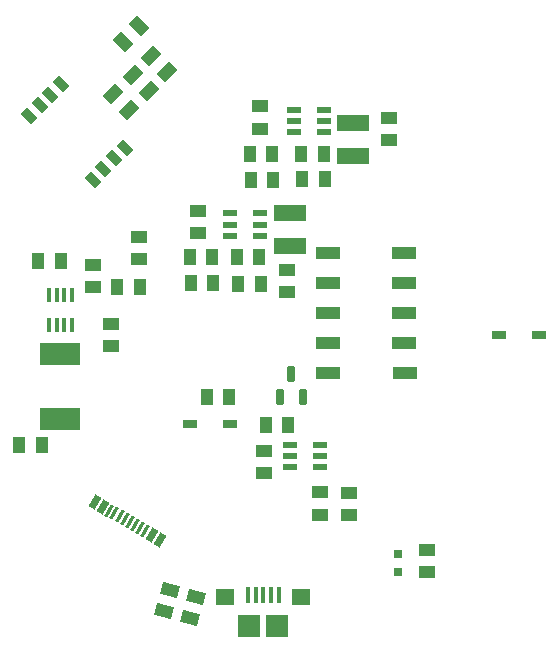
<source format=gtp>
G04*
G04 #@! TF.GenerationSoftware,Altium Limited,Altium Designer,25.1.2 (22)*
G04*
G04 Layer_Color=8421504*
%FSLAX44Y44*%
%MOMM*%
G71*
G04*
G04 #@! TF.SameCoordinates,4DC4BC11-A5A9-46D6-A818-46A4CD50810F*
G04*
G04*
G04 #@! TF.FilePolarity,Positive*
G04*
G01*
G75*
%ADD18R,1.4700X1.0400*%
%ADD19R,1.0400X1.4700*%
%ADD20R,2.8000X1.3500*%
%ADD21R,2.0000X1.0200*%
G04:AMPARAMS|DCode=22|XSize=1.27mm|YSize=0.76mm|CornerRadius=0mm|HoleSize=0mm|Usage=FLASHONLY|Rotation=315.000|XOffset=0mm|YOffset=0mm|HoleType=Round|Shape=Rectangle|*
%AMROTATEDRECTD22*
4,1,4,-0.7177,0.1803,-0.1803,0.7177,0.7177,-0.1803,0.1803,-0.7177,-0.7177,0.1803,0.0*
%
%ADD22ROTATEDRECTD22*%

G04:AMPARAMS|DCode=23|XSize=1.21mm|YSize=0.58mm|CornerRadius=0.0725mm|HoleSize=0mm|Usage=FLASHONLY|Rotation=180.000|XOffset=0mm|YOffset=0mm|HoleType=Round|Shape=RoundedRectangle|*
%AMROUNDEDRECTD23*
21,1,1.2100,0.4350,0,0,180.0*
21,1,1.0650,0.5800,0,0,180.0*
1,1,0.1450,-0.5325,0.2175*
1,1,0.1450,0.5325,0.2175*
1,1,0.1450,0.5325,-0.2175*
1,1,0.1450,-0.5325,-0.2175*
%
%ADD23ROUNDEDRECTD23*%
%ADD24R,1.9000X1.9000*%
%ADD25R,1.6000X1.4000*%
%ADD26R,0.4000X1.3500*%
G04:AMPARAMS|DCode=27|XSize=0.3mm|YSize=1.15mm|CornerRadius=0mm|HoleSize=0mm|Usage=FLASHONLY|Rotation=330.000|XOffset=0mm|YOffset=0mm|HoleType=Round|Shape=Rectangle|*
%AMROTATEDRECTD27*
4,1,4,-0.4174,-0.4230,0.1576,0.5730,0.4174,0.4230,-0.1576,-0.5730,-0.4174,-0.4230,0.0*
%
%ADD27ROTATEDRECTD27*%

G04:AMPARAMS|DCode=28|XSize=0.6mm|YSize=1.15mm|CornerRadius=0mm|HoleSize=0mm|Usage=FLASHONLY|Rotation=330.000|XOffset=0mm|YOffset=0mm|HoleType=Round|Shape=Rectangle|*
%AMROTATEDRECTD28*
4,1,4,-0.5473,-0.3480,0.0277,0.6480,0.5473,0.3480,-0.0277,-0.6480,-0.5473,-0.3480,0.0*
%
%ADD28ROTATEDRECTD28*%

%ADD29R,3.4000X1.8500*%
G04:AMPARAMS|DCode=30|XSize=1.21mm|YSize=0.59mm|CornerRadius=0.0738mm|HoleSize=0mm|Usage=FLASHONLY|Rotation=0.000|XOffset=0mm|YOffset=0mm|HoleType=Round|Shape=RoundedRectangle|*
%AMROUNDEDRECTD30*
21,1,1.2100,0.4425,0,0,0.0*
21,1,1.0625,0.5900,0,0,0.0*
1,1,0.1475,0.5313,-0.2213*
1,1,0.1475,-0.5313,-0.2213*
1,1,0.1475,-0.5313,0.2213*
1,1,0.1475,0.5313,0.2213*
%
%ADD30ROUNDEDRECTD30*%
G04:AMPARAMS|DCode=31|XSize=1.32mm|YSize=0.6mm|CornerRadius=0.075mm|HoleSize=0mm|Usage=FLASHONLY|Rotation=90.000|XOffset=0mm|YOffset=0mm|HoleType=Round|Shape=RoundedRectangle|*
%AMROUNDEDRECTD31*
21,1,1.3200,0.4500,0,0,90.0*
21,1,1.1700,0.6000,0,0,90.0*
1,1,0.1500,0.2250,0.5850*
1,1,0.1500,0.2250,-0.5850*
1,1,0.1500,-0.2250,-0.5850*
1,1,0.1500,-0.2250,0.5850*
%
%ADD31ROUNDEDRECTD31*%
G04:AMPARAMS|DCode=32|XSize=1.21mm|YSize=0.73mm|CornerRadius=0.1825mm|HoleSize=0mm|Usage=FLASHONLY|Rotation=0.000|XOffset=0mm|YOffset=0mm|HoleType=Round|Shape=RoundedRectangle|*
%AMROUNDEDRECTD32*
21,1,1.2100,0.3650,0,0,0.0*
21,1,0.8450,0.7300,0,0,0.0*
1,1,0.3650,0.4225,-0.1825*
1,1,0.3650,-0.4225,-0.1825*
1,1,0.3650,-0.4225,0.1825*
1,1,0.3650,0.4225,0.1825*
%
%ADD32ROUNDEDRECTD32*%
%ADD33R,0.8000X0.8000*%
G04:AMPARAMS|DCode=34|XSize=1.04mm|YSize=1.47mm|CornerRadius=0mm|HoleSize=0mm|Usage=FLASHONLY|Rotation=315.000|XOffset=0mm|YOffset=0mm|HoleType=Round|Shape=Rectangle|*
%AMROTATEDRECTD34*
4,1,4,-0.8874,-0.1520,0.1520,0.8874,0.8874,0.1520,-0.1520,-0.8874,-0.8874,-0.1520,0.0*
%
%ADD34ROTATEDRECTD34*%

G04:AMPARAMS|DCode=35|XSize=1.04mm|YSize=1.47mm|CornerRadius=0mm|HoleSize=0mm|Usage=FLASHONLY|Rotation=75.000|XOffset=0mm|YOffset=0mm|HoleType=Round|Shape=Rectangle|*
%AMROTATEDRECTD35*
4,1,4,0.5754,-0.6925,-0.8445,-0.3121,-0.5754,0.6925,0.8445,0.3121,0.5754,-0.6925,0.0*
%
%ADD35ROTATEDRECTD35*%

G04:AMPARAMS|DCode=36|XSize=1.04mm|YSize=1.47mm|CornerRadius=0mm|HoleSize=0mm|Usage=FLASHONLY|Rotation=225.000|XOffset=0mm|YOffset=0mm|HoleType=Round|Shape=Rectangle|*
%AMROTATEDRECTD36*
4,1,4,-0.1520,0.8874,0.8874,-0.1520,0.1520,-0.8874,-0.8874,0.1520,-0.1520,0.8874,0.0*
%
%ADD36ROTATEDRECTD36*%

G04:AMPARAMS|DCode=37|XSize=1.21mm|YSize=0.42mm|CornerRadius=0.105mm|HoleSize=0mm|Usage=FLASHONLY|Rotation=90.000|XOffset=0mm|YOffset=0mm|HoleType=Round|Shape=RoundedRectangle|*
%AMROUNDEDRECTD37*
21,1,1.2100,0.2100,0,0,90.0*
21,1,1.0000,0.4200,0,0,90.0*
1,1,0.2100,0.1050,0.5000*
1,1,0.2100,0.1050,-0.5000*
1,1,0.2100,-0.1050,-0.5000*
1,1,0.2100,-0.1050,0.5000*
%
%ADD37ROUNDEDRECTD37*%
D18*
X158130Y271269D02*
D03*
Y252469D02*
D03*
X306810Y316627D02*
D03*
Y297827D02*
D03*
X393148Y426873D02*
D03*
Y445673D02*
D03*
X231792Y366316D02*
D03*
Y347517D02*
D03*
X284367Y455182D02*
D03*
Y436382D02*
D03*
X181631Y325984D02*
D03*
Y344784D02*
D03*
X335081Y109593D02*
D03*
Y128393D02*
D03*
X425608Y60674D02*
D03*
Y79474D02*
D03*
X142479Y302162D02*
D03*
Y320961D02*
D03*
X359655Y109331D02*
D03*
Y128131D02*
D03*
X287510Y163466D02*
D03*
Y144666D02*
D03*
D19*
X244561Y305216D02*
D03*
X225761D02*
D03*
X295144Y393169D02*
D03*
X276343D02*
D03*
X284573Y304433D02*
D03*
X265773D02*
D03*
X338679Y394035D02*
D03*
X319879D02*
D03*
X264697Y327317D02*
D03*
X283498D02*
D03*
X288773Y185651D02*
D03*
X307573D02*
D03*
X182120Y301953D02*
D03*
X163320D02*
D03*
X239073Y208894D02*
D03*
X257873D02*
D03*
X275344Y415213D02*
D03*
X294144D02*
D03*
X224761Y327261D02*
D03*
X243561D02*
D03*
X319046Y415166D02*
D03*
X337846D02*
D03*
X80415Y168340D02*
D03*
X99215D02*
D03*
X96384Y323913D02*
D03*
X115184D02*
D03*
D20*
X309233Y336825D02*
D03*
Y364825D02*
D03*
X362593Y441014D02*
D03*
Y413014D02*
D03*
D21*
X341520Y330800D02*
D03*
Y305400D02*
D03*
X406020D02*
D03*
X341520Y280000D02*
D03*
X406020D02*
D03*
X341520Y254600D02*
D03*
X406020D02*
D03*
X341520Y229200D02*
D03*
X407020D02*
D03*
X406020Y330800D02*
D03*
D22*
X169401Y420054D02*
D03*
X160420Y411074D02*
D03*
X151440Y402094D02*
D03*
X142460Y393114D02*
D03*
X88578Y446995D02*
D03*
X97559Y455975D02*
D03*
X106539Y464956D02*
D03*
X115519Y473936D02*
D03*
D23*
X334565Y149523D02*
D03*
X334565Y159023D02*
D03*
X334565Y168523D02*
D03*
X309465Y149523D02*
D03*
Y159023D02*
D03*
Y168523D02*
D03*
D24*
X298770Y15000D02*
D03*
X274770Y15000D02*
D03*
D25*
X318770Y39500D02*
D03*
X254770D02*
D03*
D26*
X299770Y41750D02*
D03*
X293270Y41750D02*
D03*
X286770Y41750D02*
D03*
X280270Y41750D02*
D03*
X273770Y41750D02*
D03*
D27*
X156508Y112949D02*
D03*
X160838Y110450D02*
D03*
X165168Y107949D02*
D03*
X186819Y95449D02*
D03*
X182488Y97949D02*
D03*
X178158Y100449D02*
D03*
X169498Y105449D02*
D03*
X173828Y102949D02*
D03*
D28*
X192448Y92199D02*
D03*
X150879Y116200D02*
D03*
X199376Y88200D02*
D03*
X143950Y120199D02*
D03*
D29*
X114715Y245750D02*
D03*
Y190250D02*
D03*
D30*
X258687Y355061D02*
D03*
Y345561D02*
D03*
Y364561D02*
D03*
X283787D02*
D03*
Y355061D02*
D03*
Y345561D02*
D03*
X338136Y433410D02*
D03*
Y442910D02*
D03*
Y452410D02*
D03*
X313036D02*
D03*
Y433410D02*
D03*
Y442910D02*
D03*
D31*
X301132Y208960D02*
D03*
X320132D02*
D03*
X310632Y228960D02*
D03*
D32*
X520098Y261997D02*
D03*
X486498D02*
D03*
X224817Y186215D02*
D03*
X258417D02*
D03*
D33*
X400745Y61323D02*
D03*
Y76323D02*
D03*
D34*
X159980Y465657D02*
D03*
X173274Y452363D02*
D03*
X176439Y481843D02*
D03*
X189732Y468549D02*
D03*
X191660Y497711D02*
D03*
X204953Y484418D02*
D03*
D35*
X203105Y27804D02*
D03*
X207971Y45963D02*
D03*
X224910Y21961D02*
D03*
X229776Y40120D02*
D03*
D36*
X181588Y523020D02*
D03*
X168294Y509727D02*
D03*
D37*
X124773Y269998D02*
D03*
X118273D02*
D03*
X111773D02*
D03*
X105273D02*
D03*
Y295098D02*
D03*
X111773D02*
D03*
X118273D02*
D03*
X124773D02*
D03*
M02*

</source>
